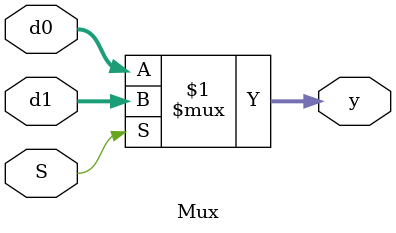
<source format=v>
module Mux (
    input  wire [31:0] d0,
    input  wire [31:0] d1,
    input  wire        S,
    output wire [31:0] y
);
    assign y = S ? d1 : d0;
endmodule
</source>
